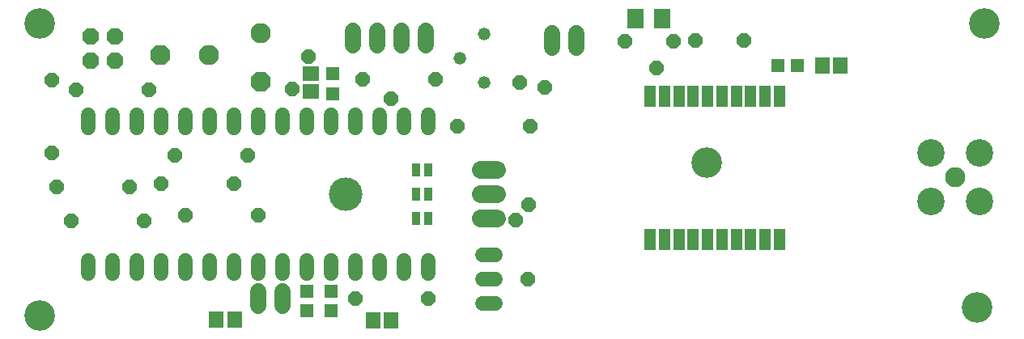
<source format=gbr>
G04 EAGLE Gerber RS-274X export*
G75*
%MOMM*%
%FSLAX34Y34*%
%LPD*%
%INSoldermask Top*%
%IPPOS*%
%AMOC8*
5,1,8,0,0,1.08239X$1,22.5*%
G01*
%ADD10C,3.203200*%
%ADD11P,1.649562X8X22.500000*%
%ADD12R,1.803200X2.003200*%
%ADD13C,2.108200*%
%ADD14P,2.281895X8X202.500000*%
%ADD15P,2.281895X8X292.500000*%
%ADD16C,1.727200*%
%ADD17C,1.879600*%
%ADD18C,3.505200*%
%ADD19P,1.869504X8X22.500000*%
%ADD20P,1.649562X8X202.500000*%
%ADD21P,1.649562X8X112.500000*%
%ADD22C,1.320800*%
%ADD23C,1.524000*%
%ADD24C,1.511200*%
%ADD25R,0.838200X1.473200*%
%ADD26R,1.203200X2.203200*%
%ADD27C,2.870200*%
%ADD28R,1.403200X1.403200*%
%ADD29R,1.503200X1.703200*%
%ADD30R,1.703200X1.503200*%
%ADD31P,1.627049X8X22.500000*%


D10*
X25400Y331470D03*
X25400Y25400D03*
X1013460Y331470D03*
X1005840Y34290D03*
D11*
X637540Y312420D03*
X688340Y312420D03*
D12*
X648780Y336550D03*
X676780Y336550D03*
D13*
X201930Y298450D03*
D14*
X151130Y298450D03*
D11*
X711200Y313690D03*
X762000Y313690D03*
D13*
X256540Y321310D03*
D15*
X256540Y270510D03*
D16*
X353060Y308610D02*
X353060Y323850D01*
X378460Y323850D02*
X378460Y308610D01*
X403860Y308610D02*
X403860Y323850D01*
X429260Y323850D02*
X429260Y308610D01*
D17*
X486918Y177800D02*
X503682Y177800D01*
X503682Y152400D02*
X486918Y152400D01*
X486918Y127000D02*
X503682Y127000D01*
D18*
X345440Y152400D03*
D19*
X78740Y317500D03*
X78740Y292100D03*
X104140Y317500D03*
X104140Y292100D03*
D16*
X279400Y50800D02*
X279400Y35560D01*
X254000Y35560D02*
X254000Y50800D01*
X586580Y306070D02*
X586580Y321310D01*
X561180Y321310D02*
X561180Y306070D01*
D20*
X228600Y163830D03*
X152400Y163830D03*
D11*
X462280Y223520D03*
X538480Y223520D03*
D20*
X431800Y43180D03*
X355600Y43180D03*
X119380Y160020D03*
X43180Y160020D03*
X242570Y193040D03*
X166370Y193040D03*
D21*
X38100Y195580D03*
X38100Y271780D03*
D20*
X254000Y130810D03*
X177800Y130810D03*
X134620Y124460D03*
X58420Y124460D03*
X139700Y261620D03*
X63500Y261620D03*
X439420Y273050D03*
X363220Y273050D03*
D22*
X490220Y320040D03*
X464820Y294640D03*
X490220Y269240D03*
D23*
X488696Y88900D02*
X501904Y88900D01*
X501904Y38100D02*
X488696Y38100D01*
X488696Y63500D02*
X501904Y63500D01*
D24*
X431800Y222060D02*
X431800Y235140D01*
X406400Y235140D02*
X406400Y222060D01*
X381000Y222060D02*
X381000Y235140D01*
X355600Y235140D02*
X355600Y222060D01*
X330200Y222060D02*
X330200Y235140D01*
X304800Y235140D02*
X304800Y222060D01*
X279400Y222060D02*
X279400Y235140D01*
X254000Y235140D02*
X254000Y222060D01*
X228600Y222060D02*
X228600Y235140D01*
X203200Y235140D02*
X203200Y222060D01*
X177800Y222060D02*
X177800Y235140D01*
X152400Y235140D02*
X152400Y222060D01*
X431800Y82740D02*
X431800Y69660D01*
X406400Y69660D02*
X406400Y82740D01*
X381000Y82740D02*
X381000Y69660D01*
X228600Y69660D02*
X228600Y82740D01*
X203200Y82740D02*
X203200Y69660D01*
X177800Y69660D02*
X177800Y82740D01*
X152400Y82740D02*
X152400Y69660D01*
X76200Y69660D02*
X76200Y82740D01*
X76200Y222060D02*
X76200Y235140D01*
X101600Y235140D02*
X101600Y222060D01*
X127000Y222060D02*
X127000Y235140D01*
X101600Y82740D02*
X101600Y69660D01*
X127000Y69660D02*
X127000Y82740D01*
X355600Y82740D02*
X355600Y69660D01*
X254000Y69660D02*
X254000Y82740D01*
X279400Y82740D02*
X279400Y69660D01*
X304800Y69660D02*
X304800Y82740D01*
X330200Y82740D02*
X330200Y69660D01*
D25*
X431800Y127000D03*
X419100Y127000D03*
X419100Y152400D03*
X419100Y177800D03*
X431800Y152400D03*
X431800Y177800D03*
D26*
X664020Y105340D03*
X679020Y105340D03*
X694020Y105340D03*
X709020Y105340D03*
X724020Y105340D03*
X739020Y105340D03*
X754020Y105340D03*
X769020Y105340D03*
X784020Y105340D03*
X799020Y105340D03*
X799020Y255340D03*
X784020Y255340D03*
X769020Y255340D03*
X754020Y255340D03*
X739020Y255340D03*
X724020Y255340D03*
X709020Y255340D03*
X694020Y255340D03*
X679020Y255340D03*
X664020Y255340D03*
D10*
X723020Y185340D03*
D13*
X982980Y170180D03*
D27*
X957481Y195679D03*
X1008479Y195679D03*
X1008479Y144681D03*
X957481Y144681D03*
D28*
X818220Y287020D03*
X797220Y287020D03*
X304800Y30140D03*
X304800Y51140D03*
X331470Y278470D03*
X331470Y257470D03*
D29*
X862940Y287020D03*
X843940Y287020D03*
X210210Y21590D03*
X229210Y21590D03*
D30*
X308610Y259740D03*
X308610Y278740D03*
D28*
X330200Y30140D03*
X330200Y51140D03*
D29*
X393040Y20320D03*
X374040Y20320D03*
D31*
X289560Y262890D03*
X670560Y284480D03*
X527050Y269240D03*
X523240Y125730D03*
X306070Y296522D03*
X393042Y252730D03*
X553720Y264160D03*
X536575Y141628D03*
X535940Y63500D03*
M02*

</source>
